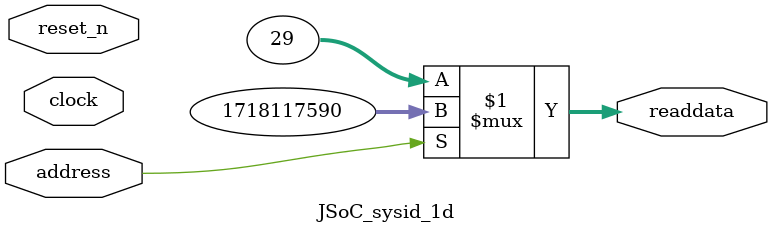
<source format=v>

`timescale 1ns / 1ps
// synthesis translate_on

// turn off superfluous verilog processor warnings 
// altera message_level Level1 
// altera message_off 10034 10035 10036 10037 10230 10240 10030 

module JSoC_sysid_1d (
               // inputs:
                address,
                clock,
                reset_n,

               // outputs:
                readdata
             )
;

  output  [ 31: 0] readdata;
  input            address;
  input            clock;
  input            reset_n;

  wire    [ 31: 0] readdata;
  //control_slave, which is an e_avalon_slave
  assign readdata = address ? 1718117590 : 29;

endmodule




</source>
